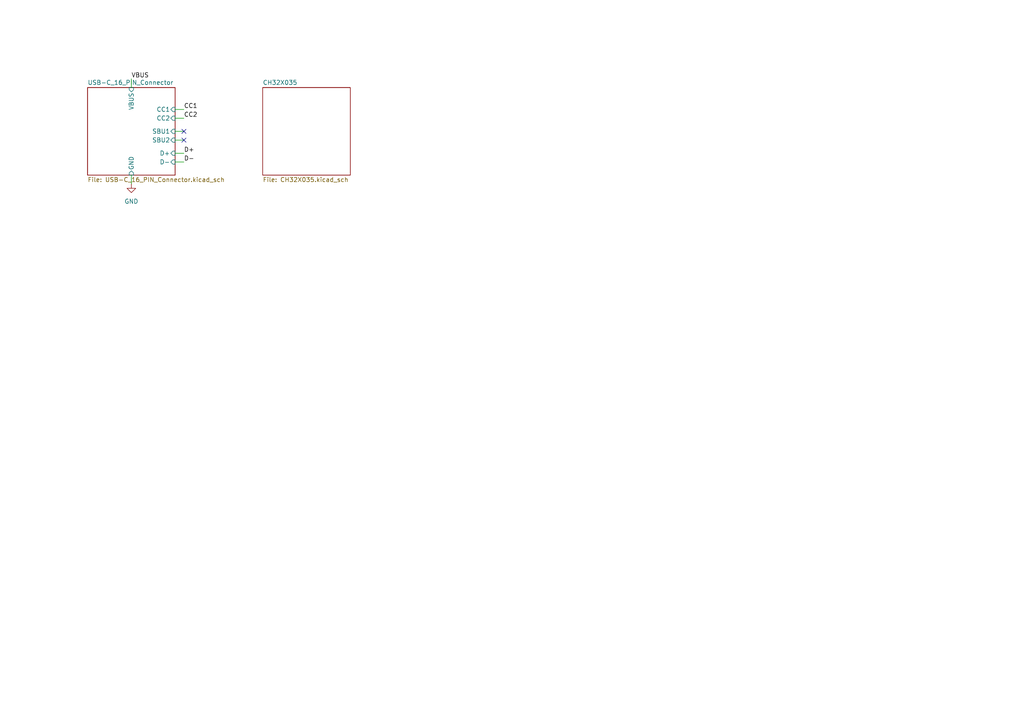
<source format=kicad_sch>
(kicad_sch (version 20231120) (generator "eeschema") (generator_version "8.0")
  (paper "A4")
  (lib_symbols
    (symbol "power:GND" (power) (pin_numbers hide) (pin_names (offset 0) hide)
      (property "Value" "GND" (at 0 -3.81 0))
      (symbol "GND_0_1"
        (polyline (pts (xy 0 0) (xy 0 -1.27) (xy 1.27 -1.27) (xy 0 -2.54) (xy -1.27 -1.27) (xy 0 -1.27)))
      )
      (symbol "GND_1_1"
        (pin power_in line (at 0 0 270) (length 0) (name "~") (number "1"))
      )
    )
  )
  (no_connect (at 53.34 38.1))
  (no_connect (at 53.34 40.64))
  (wire (pts (xy 50.8 31.75) (xy 53.34 31.75)))
  (wire (pts (xy 38.1 50.8) (xy 38.1 53.34)))
  (wire (pts (xy 50.8 40.64) (xy 53.34 40.64)))
  (wire (pts (xy 50.8 34.29) (xy 53.34 34.29)))
  (wire (pts (xy 50.8 38.1) (xy 53.34 38.1)))
  (wire (pts (xy 50.8 44.45) (xy 53.34 44.45)))
  (wire (pts (xy 50.8 46.99) (xy 53.34 46.99)))
  (wire (pts (xy 38.1 22.86) (xy 38.1 25.4)))
  (label "D+" (at 53.34 44.45 0))
  (label "VBUS" (at 38.1 22.86 0))
  (label "CC1" (at 53.34 31.75 0))
  (label "D-" (at 53.34 46.99 0))
  (label "CC2" (at 53.34 34.29 0))
  (symbol (lib_id "power:GND") (at 38.1 53.34 0) (unit 1)
    (property "Reference" "#PWR01" (effects (hide yes)))
    (property "Value" "GND" (at 38.1 58.42 0))
    (property "Description" "Power symbol creates a global label with name \"GND\" , ground" (effects (hide yes)))
  )
  (sheet (at 76.2 25.4) (size 25.4 25.4) (stroke (width 0.1524))
    (property "Sheetname" "CH32X035" (at 76.2 24.6884 0) (effects (justify left bottom)))
    (property "Sheetfile" "CH32X035.kicad_sch" (at 76.2 51.3846 0) (effects (justify left top)))
  )
  (sheet (at 25.4 25.4) (size 25.4 25.4) (stroke (width 0.1524))
    (property "Sheetname" "USB-C_16_PIN_Connector" (at 25.4 24.6884 0) (effects (justify left bottom)))
    (property "Sheetfile" "USB-C_16_PIN_Connector.kicad_sch" (at 25.4 51.3846 0) (effects (justify left top)))
    (pin "CC2" input (at 50.8 34.29 0))
    (pin "D+" input (at 50.8 44.45 0))
    (pin "SBU1" input (at 50.8 38.1 0))
    (pin "SBU2" input (at 50.8 40.64 0))
    (pin "CC1" input (at 50.8 31.75 0))
    (pin "VBUS" input (at 38.1 25.4 90))
    (pin "D-" input (at 50.8 46.99 0))
    (pin "GND" input (at 38.1 50.8 270))
  )
)
</source>
